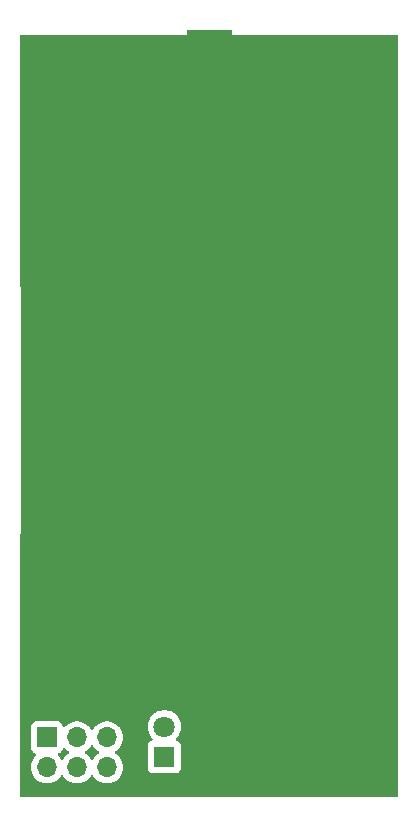
<source format=gbr>
G04 #@! TF.GenerationSoftware,KiCad,Pcbnew,(6.99.0-2452-gdb4f2d9dd8)*
G04 #@! TF.CreationDate,2022-08-02T19:29:52-05:00*
G04 #@! TF.ProjectId,captech,63617074-6563-4682-9e6b-696361645f70,rev?*
G04 #@! TF.SameCoordinates,Original*
G04 #@! TF.FileFunction,Copper,L1,Top*
G04 #@! TF.FilePolarity,Positive*
%FSLAX46Y46*%
G04 Gerber Fmt 4.6, Leading zero omitted, Abs format (unit mm)*
G04 Created by KiCad (PCBNEW (6.99.0-2452-gdb4f2d9dd8)) date 2022-08-02 19:29:52*
%MOMM*%
%LPD*%
G01*
G04 APERTURE LIST*
G04 #@! TA.AperFunction,ComponentPad*
%ADD10R,1.800000X1.800000*%
G04 #@! TD*
G04 #@! TA.AperFunction,ComponentPad*
%ADD11C,1.800000*%
G04 #@! TD*
G04 #@! TA.AperFunction,ComponentPad*
%ADD12R,1.700000X1.700000*%
G04 #@! TD*
G04 #@! TA.AperFunction,ComponentPad*
%ADD13O,1.700000X1.700000*%
G04 #@! TD*
G04 APERTURE END LIST*
D10*
X74399999Y-93269999D03*
D11*
X74400000Y-90730000D03*
D12*
X64459999Y-91629999D03*
D13*
X64459999Y-94169999D03*
X66999999Y-91629999D03*
X66999999Y-94169999D03*
X69539999Y-91629999D03*
X69539999Y-94169999D03*
G04 #@! TA.AperFunction,NonConductor*
G36*
X65983439Y-92541388D02*
G01*
X66015755Y-92566638D01*
X66036526Y-92589201D01*
X66076760Y-92632906D01*
X66254424Y-92771189D01*
X66259005Y-92773668D01*
X66287680Y-92789186D01*
X66338071Y-92839199D01*
X66353423Y-92908516D01*
X66328863Y-92975129D01*
X66287681Y-93010813D01*
X66254424Y-93028811D01*
X66250313Y-93032010D01*
X66250311Y-93032012D01*
X66095861Y-93152227D01*
X66076760Y-93167094D01*
X66073228Y-93170931D01*
X65927806Y-93328899D01*
X65927803Y-93328903D01*
X65924278Y-93332732D01*
X65921427Y-93337096D01*
X65835483Y-93468643D01*
X65781479Y-93514732D01*
X65711132Y-93524307D01*
X65646774Y-93494330D01*
X65624517Y-93468643D01*
X65538573Y-93337096D01*
X65535722Y-93332732D01*
X65532197Y-93328903D01*
X65532194Y-93328899D01*
X65392525Y-93177180D01*
X65361104Y-93113515D01*
X65369091Y-93042969D01*
X65413949Y-92987940D01*
X65441191Y-92973787D01*
X65556204Y-92930889D01*
X65568536Y-92921658D01*
X65666050Y-92848659D01*
X65673261Y-92843261D01*
X65760889Y-92726204D01*
X65804998Y-92607944D01*
X65847545Y-92551108D01*
X65914065Y-92526297D01*
X65983439Y-92541388D01*
G37*
G04 #@! TD.AperFunction*
G04 #@! TA.AperFunction,NonConductor*
G36*
X68353226Y-92305670D02*
G01*
X68375483Y-92331357D01*
X68464278Y-92467268D01*
X68467803Y-92471097D01*
X68467806Y-92471101D01*
X68532511Y-92541388D01*
X68616760Y-92632906D01*
X68794424Y-92771189D01*
X68799005Y-92773668D01*
X68827680Y-92789186D01*
X68878071Y-92839199D01*
X68893423Y-92908516D01*
X68868863Y-92975129D01*
X68827681Y-93010813D01*
X68794424Y-93028811D01*
X68790313Y-93032010D01*
X68790311Y-93032012D01*
X68635861Y-93152227D01*
X68616760Y-93167094D01*
X68613228Y-93170931D01*
X68467806Y-93328899D01*
X68467803Y-93328903D01*
X68464278Y-93332732D01*
X68461427Y-93337096D01*
X68375483Y-93468643D01*
X68321479Y-93514732D01*
X68251132Y-93524307D01*
X68186774Y-93494330D01*
X68164517Y-93468643D01*
X68078573Y-93337096D01*
X68075722Y-93332732D01*
X68072197Y-93328903D01*
X68072194Y-93328899D01*
X67926772Y-93170931D01*
X67923240Y-93167094D01*
X67904139Y-93152227D01*
X67749689Y-93032012D01*
X67749687Y-93032010D01*
X67745576Y-93028811D01*
X67712320Y-93010814D01*
X67661929Y-92960801D01*
X67646577Y-92891484D01*
X67671137Y-92824871D01*
X67712320Y-92789186D01*
X67740995Y-92773668D01*
X67745576Y-92771189D01*
X67923240Y-92632906D01*
X68007489Y-92541388D01*
X68072194Y-92471101D01*
X68072197Y-92471097D01*
X68075722Y-92467268D01*
X68164517Y-92331357D01*
X68218521Y-92285268D01*
X68288868Y-92275693D01*
X68353226Y-92305670D01*
G37*
G04 #@! TD.AperFunction*
G04 #@! TA.AperFunction,NonConductor*
G36*
X80067990Y-31720508D02*
G01*
X80114483Y-31774164D01*
X80125869Y-31826506D01*
X80125869Y-32123407D01*
X80125828Y-32123506D01*
X80125869Y-32123605D01*
X80125986Y-32123889D01*
X80126369Y-32124047D01*
X80126468Y-32124006D01*
X80148660Y-32124004D01*
X80148661Y-32124004D01*
X81692569Y-32123842D01*
X94096628Y-32123842D01*
X94164749Y-32143844D01*
X94211242Y-32197500D01*
X94222628Y-32249847D01*
X94222198Y-43224885D01*
X94222197Y-43225157D01*
X94222157Y-43225255D01*
X94222197Y-43225353D01*
X94189454Y-51954811D01*
X94178650Y-54835069D01*
X94178608Y-54835170D01*
X94178649Y-54835269D01*
X94178649Y-54857504D01*
X94178869Y-96573494D01*
X94158867Y-96641615D01*
X94105212Y-96688108D01*
X94052869Y-96699495D01*
X62303506Y-96699495D01*
X62235385Y-96679493D01*
X62188892Y-96625837D01*
X62177506Y-96573358D01*
X62178684Y-95491444D01*
X62180122Y-94170000D01*
X63096844Y-94170000D01*
X63097274Y-94175189D01*
X63105244Y-94271367D01*
X63115436Y-94394368D01*
X63116717Y-94399426D01*
X63116717Y-94399427D01*
X63151976Y-94538659D01*
X63170704Y-94612616D01*
X63261140Y-94818791D01*
X63263990Y-94823153D01*
X63263992Y-94823157D01*
X63278701Y-94845670D01*
X63384278Y-95007268D01*
X63387803Y-95011097D01*
X63387806Y-95011101D01*
X63489360Y-95121417D01*
X63536760Y-95172906D01*
X63714424Y-95311189D01*
X63912426Y-95418342D01*
X64125365Y-95491444D01*
X64130499Y-95492301D01*
X64130504Y-95492302D01*
X64342294Y-95527643D01*
X64342296Y-95527643D01*
X64347431Y-95528500D01*
X64572569Y-95528500D01*
X64577704Y-95527643D01*
X64577706Y-95527643D01*
X64789496Y-95492302D01*
X64789501Y-95492301D01*
X64794635Y-95491444D01*
X65007574Y-95418342D01*
X65205576Y-95311189D01*
X65383240Y-95172906D01*
X65430640Y-95121417D01*
X65532194Y-95011101D01*
X65532197Y-95011097D01*
X65535722Y-95007268D01*
X65624517Y-94871357D01*
X65678521Y-94825268D01*
X65748868Y-94815693D01*
X65813226Y-94845670D01*
X65835483Y-94871357D01*
X65924278Y-95007268D01*
X65927803Y-95011097D01*
X65927806Y-95011101D01*
X66029360Y-95121417D01*
X66076760Y-95172906D01*
X66254424Y-95311189D01*
X66452426Y-95418342D01*
X66665365Y-95491444D01*
X66670499Y-95492301D01*
X66670504Y-95492302D01*
X66882294Y-95527643D01*
X66882296Y-95527643D01*
X66887431Y-95528500D01*
X67112569Y-95528500D01*
X67117704Y-95527643D01*
X67117706Y-95527643D01*
X67329496Y-95492302D01*
X67329501Y-95492301D01*
X67334635Y-95491444D01*
X67547574Y-95418342D01*
X67745576Y-95311189D01*
X67923240Y-95172906D01*
X67970640Y-95121417D01*
X68072194Y-95011101D01*
X68072197Y-95011097D01*
X68075722Y-95007268D01*
X68164517Y-94871357D01*
X68218521Y-94825268D01*
X68288868Y-94815693D01*
X68353226Y-94845670D01*
X68375483Y-94871357D01*
X68464278Y-95007268D01*
X68467803Y-95011097D01*
X68467806Y-95011101D01*
X68569360Y-95121417D01*
X68616760Y-95172906D01*
X68794424Y-95311189D01*
X68992426Y-95418342D01*
X69205365Y-95491444D01*
X69210499Y-95492301D01*
X69210504Y-95492302D01*
X69422294Y-95527643D01*
X69422296Y-95527643D01*
X69427431Y-95528500D01*
X69652569Y-95528500D01*
X69657704Y-95527643D01*
X69657706Y-95527643D01*
X69869496Y-95492302D01*
X69869501Y-95492301D01*
X69874635Y-95491444D01*
X70087574Y-95418342D01*
X70285576Y-95311189D01*
X70463240Y-95172906D01*
X70510640Y-95121417D01*
X70612194Y-95011101D01*
X70612197Y-95011097D01*
X70615722Y-95007268D01*
X70721299Y-94845670D01*
X70736008Y-94823157D01*
X70736010Y-94823153D01*
X70738860Y-94818791D01*
X70829296Y-94612616D01*
X70848025Y-94538659D01*
X70883283Y-94399427D01*
X70883283Y-94399426D01*
X70884564Y-94394368D01*
X70894757Y-94271367D01*
X70902726Y-94175189D01*
X70903156Y-94170000D01*
X70884564Y-93945632D01*
X70829296Y-93727384D01*
X70738860Y-93521209D01*
X70734629Y-93514732D01*
X70618573Y-93337096D01*
X70615722Y-93332732D01*
X70612197Y-93328903D01*
X70612194Y-93328899D01*
X70466772Y-93170931D01*
X70463240Y-93167094D01*
X70444139Y-93152227D01*
X70289689Y-93032012D01*
X70289687Y-93032010D01*
X70285576Y-93028811D01*
X70252320Y-93010814D01*
X70201929Y-92960801D01*
X70186577Y-92891484D01*
X70211137Y-92824871D01*
X70252320Y-92789186D01*
X70280995Y-92773668D01*
X70285576Y-92771189D01*
X70463240Y-92632906D01*
X70547489Y-92541388D01*
X70612194Y-92471101D01*
X70612197Y-92471097D01*
X70615722Y-92467268D01*
X70721299Y-92305670D01*
X70736008Y-92283157D01*
X70736010Y-92283153D01*
X70738860Y-92278791D01*
X70829296Y-92072616D01*
X70884564Y-91854368D01*
X70887015Y-91824797D01*
X70902726Y-91635189D01*
X70903156Y-91630000D01*
X70884564Y-91405632D01*
X70829296Y-91187384D01*
X70738860Y-90981209D01*
X70734629Y-90974732D01*
X70618573Y-90797096D01*
X70615722Y-90792732D01*
X70612197Y-90788903D01*
X70612194Y-90788899D01*
X70557973Y-90730000D01*
X72986673Y-90730000D01*
X72987103Y-90735189D01*
X73005262Y-90954330D01*
X73005949Y-90962626D01*
X73007230Y-90967684D01*
X73007230Y-90967685D01*
X73011864Y-90985982D01*
X73063251Y-91188907D01*
X73157016Y-91402669D01*
X73159866Y-91407031D01*
X73159868Y-91407035D01*
X73253176Y-91549853D01*
X73284686Y-91598083D01*
X73288211Y-91601912D01*
X73288214Y-91601916D01*
X73309291Y-91624811D01*
X73369843Y-91690587D01*
X73401263Y-91754251D01*
X73393276Y-91824797D01*
X73348418Y-91879826D01*
X73321174Y-91893979D01*
X73262242Y-91915960D01*
X73262238Y-91915962D01*
X73253796Y-91919111D01*
X73136739Y-92006739D01*
X73049111Y-92123796D01*
X72998011Y-92260799D01*
X72991500Y-92321362D01*
X72991500Y-94218638D01*
X72998011Y-94279201D01*
X73049111Y-94416204D01*
X73136739Y-94533261D01*
X73143950Y-94538659D01*
X73242745Y-94612616D01*
X73253796Y-94620889D01*
X73390799Y-94671989D01*
X73427705Y-94675957D01*
X73448012Y-94678140D01*
X73448015Y-94678140D01*
X73451362Y-94678500D01*
X75348638Y-94678500D01*
X75351985Y-94678140D01*
X75351988Y-94678140D01*
X75372295Y-94675957D01*
X75409201Y-94671989D01*
X75546204Y-94620889D01*
X75557256Y-94612616D01*
X75656050Y-94538659D01*
X75663261Y-94533261D01*
X75750889Y-94416204D01*
X75801989Y-94279201D01*
X75808500Y-94218638D01*
X75808500Y-92321362D01*
X75801989Y-92260799D01*
X75750889Y-92123796D01*
X75663261Y-92006739D01*
X75546204Y-91919111D01*
X75537762Y-91915962D01*
X75537758Y-91915960D01*
X75478826Y-91893979D01*
X75421991Y-91851433D01*
X75397180Y-91784912D01*
X75412272Y-91715538D01*
X75430156Y-91690589D01*
X75490709Y-91624811D01*
X75511786Y-91601916D01*
X75511789Y-91601912D01*
X75515314Y-91598083D01*
X75546824Y-91549853D01*
X75640132Y-91407035D01*
X75640134Y-91407031D01*
X75642984Y-91402669D01*
X75736749Y-91188907D01*
X75788137Y-90985982D01*
X75792770Y-90967685D01*
X75792770Y-90967684D01*
X75794051Y-90962626D01*
X75794739Y-90954330D01*
X75812897Y-90735189D01*
X75813327Y-90730000D01*
X75809071Y-90678633D01*
X75794482Y-90502570D01*
X75794481Y-90502565D01*
X75794051Y-90497374D01*
X75775458Y-90423950D01*
X75738029Y-90276146D01*
X75738027Y-90276141D01*
X75736749Y-90271093D01*
X75642984Y-90057331D01*
X75515314Y-89861917D01*
X75511789Y-89858088D01*
X75511786Y-89858084D01*
X75360752Y-89694019D01*
X75357220Y-89690182D01*
X75353108Y-89686981D01*
X75353102Y-89686976D01*
X75177130Y-89550011D01*
X75177128Y-89550009D01*
X75173017Y-89546810D01*
X74967727Y-89435713D01*
X74746951Y-89359920D01*
X74741817Y-89359063D01*
X74741812Y-89359062D01*
X74521849Y-89322357D01*
X74521846Y-89322357D01*
X74516712Y-89321500D01*
X74283288Y-89321500D01*
X74278154Y-89322357D01*
X74278151Y-89322357D01*
X74058188Y-89359062D01*
X74058183Y-89359063D01*
X74053049Y-89359920D01*
X73832273Y-89435713D01*
X73626983Y-89546810D01*
X73622872Y-89550009D01*
X73622870Y-89550011D01*
X73446898Y-89686976D01*
X73446892Y-89686981D01*
X73442780Y-89690182D01*
X73439248Y-89694019D01*
X73288214Y-89858084D01*
X73288211Y-89858088D01*
X73284686Y-89861917D01*
X73157016Y-90057331D01*
X73063251Y-90271093D01*
X73061973Y-90276141D01*
X73061971Y-90276146D01*
X73024542Y-90423950D01*
X73005949Y-90497374D01*
X73005519Y-90502565D01*
X73005518Y-90502570D01*
X72990929Y-90678633D01*
X72986673Y-90730000D01*
X70557973Y-90730000D01*
X70466772Y-90630931D01*
X70463240Y-90627094D01*
X70334104Y-90526582D01*
X70289689Y-90492012D01*
X70289687Y-90492010D01*
X70285576Y-90488811D01*
X70087574Y-90381658D01*
X69874635Y-90308556D01*
X69869501Y-90307699D01*
X69869496Y-90307698D01*
X69657706Y-90272357D01*
X69657704Y-90272357D01*
X69652569Y-90271500D01*
X69427431Y-90271500D01*
X69422296Y-90272357D01*
X69422294Y-90272357D01*
X69210504Y-90307698D01*
X69210499Y-90307699D01*
X69205365Y-90308556D01*
X68992426Y-90381658D01*
X68794424Y-90488811D01*
X68790313Y-90492010D01*
X68790311Y-90492012D01*
X68745896Y-90526582D01*
X68616760Y-90627094D01*
X68613228Y-90630931D01*
X68467806Y-90788899D01*
X68467803Y-90788903D01*
X68464278Y-90792732D01*
X68461427Y-90797096D01*
X68375483Y-90928643D01*
X68321479Y-90974732D01*
X68251132Y-90984307D01*
X68186774Y-90954330D01*
X68164517Y-90928643D01*
X68078573Y-90797096D01*
X68075722Y-90792732D01*
X68072197Y-90788903D01*
X68072194Y-90788899D01*
X67926772Y-90630931D01*
X67923240Y-90627094D01*
X67794104Y-90526582D01*
X67749689Y-90492012D01*
X67749687Y-90492010D01*
X67745576Y-90488811D01*
X67547574Y-90381658D01*
X67334635Y-90308556D01*
X67329501Y-90307699D01*
X67329496Y-90307698D01*
X67117706Y-90272357D01*
X67117704Y-90272357D01*
X67112569Y-90271500D01*
X66887431Y-90271500D01*
X66882296Y-90272357D01*
X66882294Y-90272357D01*
X66670504Y-90307698D01*
X66670499Y-90307699D01*
X66665365Y-90308556D01*
X66452426Y-90381658D01*
X66254424Y-90488811D01*
X66250313Y-90492010D01*
X66250311Y-90492012D01*
X66205896Y-90526582D01*
X66076760Y-90627094D01*
X66073228Y-90630931D01*
X66015755Y-90693362D01*
X65954901Y-90729933D01*
X65883937Y-90727798D01*
X65825392Y-90687636D01*
X65804998Y-90652056D01*
X65764038Y-90542239D01*
X65764037Y-90542237D01*
X65760889Y-90533796D01*
X65737514Y-90502570D01*
X65678659Y-90423950D01*
X65673261Y-90416739D01*
X65556204Y-90329111D01*
X65419201Y-90278011D01*
X65382295Y-90274043D01*
X65361988Y-90271860D01*
X65361985Y-90271860D01*
X65358638Y-90271500D01*
X63561362Y-90271500D01*
X63558015Y-90271860D01*
X63558012Y-90271860D01*
X63537705Y-90274043D01*
X63500799Y-90278011D01*
X63363796Y-90329111D01*
X63246739Y-90416739D01*
X63241341Y-90423950D01*
X63182487Y-90502570D01*
X63159111Y-90533796D01*
X63108011Y-90670799D01*
X63101500Y-90731362D01*
X63101500Y-92528638D01*
X63108011Y-92589201D01*
X63159111Y-92726204D01*
X63246739Y-92843261D01*
X63253950Y-92848659D01*
X63351465Y-92921658D01*
X63363796Y-92930889D01*
X63478808Y-92973787D01*
X63535642Y-93016333D01*
X63560453Y-93082853D01*
X63545361Y-93152227D01*
X63527475Y-93177180D01*
X63387806Y-93328899D01*
X63387803Y-93328903D01*
X63384278Y-93332732D01*
X63381427Y-93337096D01*
X63265372Y-93514732D01*
X63261140Y-93521209D01*
X63170704Y-93727384D01*
X63115436Y-93945632D01*
X63096844Y-94170000D01*
X62180122Y-94170000D01*
X62222816Y-54941104D01*
X62226857Y-54941108D01*
X62226851Y-54941070D01*
X62222817Y-54941101D01*
X62200207Y-51954811D01*
X62200204Y-51954394D01*
X62184637Y-48303941D01*
X62184636Y-48303583D01*
X62177526Y-43297685D01*
X62177526Y-43297682D01*
X62177513Y-43288853D01*
X62177554Y-43288754D01*
X62177513Y-43288654D01*
X62177370Y-32249844D01*
X62197371Y-32181723D01*
X62251026Y-32135229D01*
X62303370Y-32123842D01*
X74707439Y-32123842D01*
X76273769Y-32124006D01*
X76273868Y-32124047D01*
X76273967Y-32124006D01*
X76274251Y-32123889D01*
X76274409Y-32123506D01*
X76274368Y-32123407D01*
X76274368Y-31826506D01*
X76294370Y-31758385D01*
X76348026Y-31711892D01*
X76400368Y-31700506D01*
X79999869Y-31700506D01*
X80067990Y-31720508D01*
G37*
G04 #@! TD.AperFunction*
M02*

</source>
